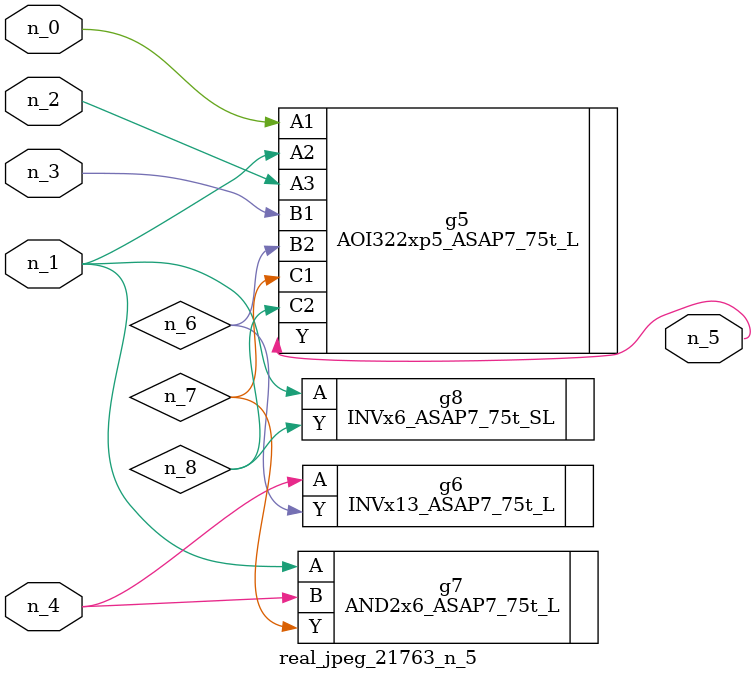
<source format=v>
module real_jpeg_21763_n_5 (n_4, n_0, n_1, n_2, n_3, n_5);

input n_4;
input n_0;
input n_1;
input n_2;
input n_3;

output n_5;

wire n_8;
wire n_6;
wire n_7;

AOI322xp5_ASAP7_75t_L g5 ( 
.A1(n_0),
.A2(n_1),
.A3(n_2),
.B1(n_3),
.B2(n_6),
.C1(n_7),
.C2(n_8),
.Y(n_5)
);

AND2x6_ASAP7_75t_L g7 ( 
.A(n_1),
.B(n_4),
.Y(n_7)
);

INVx6_ASAP7_75t_SL g8 ( 
.A(n_1),
.Y(n_8)
);

INVx13_ASAP7_75t_L g6 ( 
.A(n_4),
.Y(n_6)
);


endmodule
</source>
